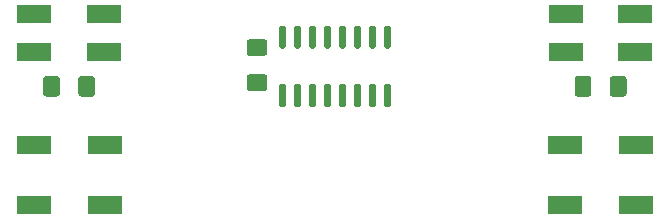
<source format=gbr>
%TF.GenerationSoftware,KiCad,Pcbnew,(5.1.6)-1*%
%TF.CreationDate,2025-01-26T05:21:37-05:00*%
%TF.ProjectId,test,74657374-2e6b-4696-9361-645f70636258,rev?*%
%TF.SameCoordinates,PX88601c0PY5f5e100*%
%TF.FileFunction,Paste,Top*%
%TF.FilePolarity,Positive*%
%FSLAX46Y46*%
G04 Gerber Fmt 4.6, Leading zero omitted, Abs format (unit mm)*
G04 Created by KiCad (PCBNEW (5.1.6)-1) date 2025-01-26 05:21:37*
%MOMM*%
%LPD*%
G01*
G04 APERTURE LIST*
%ADD10R,3.000000X1.500000*%
G04 APERTURE END LIST*
%TO.C,C6*%
G36*
G01*
X22275000Y14525000D02*
X23525000Y14525000D01*
G75*
G02*
X23775000Y14275000I0J-250000D01*
G01*
X23775000Y13350000D01*
G75*
G02*
X23525000Y13100000I-250000J0D01*
G01*
X22275000Y13100000D01*
G75*
G02*
X22025000Y13350000I0J250000D01*
G01*
X22025000Y14275000D01*
G75*
G02*
X22275000Y14525000I250000J0D01*
G01*
G37*
G36*
G01*
X22275000Y17500000D02*
X23525000Y17500000D01*
G75*
G02*
X23775000Y17250000I0J-250000D01*
G01*
X23775000Y16325000D01*
G75*
G02*
X23525000Y16075000I-250000J0D01*
G01*
X22275000Y16075000D01*
G75*
G02*
X22025000Y16325000I0J250000D01*
G01*
X22025000Y17250000D01*
G75*
G02*
X22275000Y17500000I250000J0D01*
G01*
G37*
%TD*%
D10*
%TO.C,D3*%
X4050000Y19600000D03*
X4050000Y16400000D03*
X9950000Y19600000D03*
X9950000Y16400000D03*
%TD*%
%TO.C,D4*%
X54950000Y16400000D03*
X54950000Y19600000D03*
X49050000Y16400000D03*
X49050000Y19600000D03*
%TD*%
%TO.C,C3*%
G36*
G01*
X6225000Y14125000D02*
X6225000Y12875000D01*
G75*
G02*
X5975000Y12625000I-250000J0D01*
G01*
X5050000Y12625000D01*
G75*
G02*
X4800000Y12875000I0J250000D01*
G01*
X4800000Y14125000D01*
G75*
G02*
X5050000Y14375000I250000J0D01*
G01*
X5975000Y14375000D01*
G75*
G02*
X6225000Y14125000I0J-250000D01*
G01*
G37*
G36*
G01*
X9200000Y14125000D02*
X9200000Y12875000D01*
G75*
G02*
X8950000Y12625000I-250000J0D01*
G01*
X8025000Y12625000D01*
G75*
G02*
X7775000Y12875000I0J250000D01*
G01*
X7775000Y14125000D01*
G75*
G02*
X8025000Y14375000I250000J0D01*
G01*
X8950000Y14375000D01*
G75*
G02*
X9200000Y14125000I0J-250000D01*
G01*
G37*
%TD*%
%TO.C,C4*%
G36*
G01*
X51225000Y14125000D02*
X51225000Y12875000D01*
G75*
G02*
X50975000Y12625000I-250000J0D01*
G01*
X50050000Y12625000D01*
G75*
G02*
X49800000Y12875000I0J250000D01*
G01*
X49800000Y14125000D01*
G75*
G02*
X50050000Y14375000I250000J0D01*
G01*
X50975000Y14375000D01*
G75*
G02*
X51225000Y14125000I0J-250000D01*
G01*
G37*
G36*
G01*
X54200000Y14125000D02*
X54200000Y12875000D01*
G75*
G02*
X53950000Y12625000I-250000J0D01*
G01*
X53025000Y12625000D01*
G75*
G02*
X52775000Y12875000I0J250000D01*
G01*
X52775000Y14125000D01*
G75*
G02*
X53025000Y14375000I250000J0D01*
G01*
X53950000Y14375000D01*
G75*
G02*
X54200000Y14125000I0J-250000D01*
G01*
G37*
%TD*%
%TO.C,U1*%
G36*
G01*
X25205000Y11750000D02*
X24905000Y11750000D01*
G75*
G02*
X24755000Y11900000I0J150000D01*
G01*
X24755000Y13550000D01*
G75*
G02*
X24905000Y13700000I150000J0D01*
G01*
X25205000Y13700000D01*
G75*
G02*
X25355000Y13550000I0J-150000D01*
G01*
X25355000Y11900000D01*
G75*
G02*
X25205000Y11750000I-150000J0D01*
G01*
G37*
G36*
G01*
X26475000Y11750000D02*
X26175000Y11750000D01*
G75*
G02*
X26025000Y11900000I0J150000D01*
G01*
X26025000Y13550000D01*
G75*
G02*
X26175000Y13700000I150000J0D01*
G01*
X26475000Y13700000D01*
G75*
G02*
X26625000Y13550000I0J-150000D01*
G01*
X26625000Y11900000D01*
G75*
G02*
X26475000Y11750000I-150000J0D01*
G01*
G37*
G36*
G01*
X27745000Y11750000D02*
X27445000Y11750000D01*
G75*
G02*
X27295000Y11900000I0J150000D01*
G01*
X27295000Y13550000D01*
G75*
G02*
X27445000Y13700000I150000J0D01*
G01*
X27745000Y13700000D01*
G75*
G02*
X27895000Y13550000I0J-150000D01*
G01*
X27895000Y11900000D01*
G75*
G02*
X27745000Y11750000I-150000J0D01*
G01*
G37*
G36*
G01*
X29015000Y11750000D02*
X28715000Y11750000D01*
G75*
G02*
X28565000Y11900000I0J150000D01*
G01*
X28565000Y13550000D01*
G75*
G02*
X28715000Y13700000I150000J0D01*
G01*
X29015000Y13700000D01*
G75*
G02*
X29165000Y13550000I0J-150000D01*
G01*
X29165000Y11900000D01*
G75*
G02*
X29015000Y11750000I-150000J0D01*
G01*
G37*
G36*
G01*
X30285000Y11750000D02*
X29985000Y11750000D01*
G75*
G02*
X29835000Y11900000I0J150000D01*
G01*
X29835000Y13550000D01*
G75*
G02*
X29985000Y13700000I150000J0D01*
G01*
X30285000Y13700000D01*
G75*
G02*
X30435000Y13550000I0J-150000D01*
G01*
X30435000Y11900000D01*
G75*
G02*
X30285000Y11750000I-150000J0D01*
G01*
G37*
G36*
G01*
X31555000Y11750000D02*
X31255000Y11750000D01*
G75*
G02*
X31105000Y11900000I0J150000D01*
G01*
X31105000Y13550000D01*
G75*
G02*
X31255000Y13700000I150000J0D01*
G01*
X31555000Y13700000D01*
G75*
G02*
X31705000Y13550000I0J-150000D01*
G01*
X31705000Y11900000D01*
G75*
G02*
X31555000Y11750000I-150000J0D01*
G01*
G37*
G36*
G01*
X32825000Y11750000D02*
X32525000Y11750000D01*
G75*
G02*
X32375000Y11900000I0J150000D01*
G01*
X32375000Y13550000D01*
G75*
G02*
X32525000Y13700000I150000J0D01*
G01*
X32825000Y13700000D01*
G75*
G02*
X32975000Y13550000I0J-150000D01*
G01*
X32975000Y11900000D01*
G75*
G02*
X32825000Y11750000I-150000J0D01*
G01*
G37*
G36*
G01*
X34095000Y11750000D02*
X33795000Y11750000D01*
G75*
G02*
X33645000Y11900000I0J150000D01*
G01*
X33645000Y13550000D01*
G75*
G02*
X33795000Y13700000I150000J0D01*
G01*
X34095000Y13700000D01*
G75*
G02*
X34245000Y13550000I0J-150000D01*
G01*
X34245000Y11900000D01*
G75*
G02*
X34095000Y11750000I-150000J0D01*
G01*
G37*
G36*
G01*
X34095000Y16700000D02*
X33795000Y16700000D01*
G75*
G02*
X33645000Y16850000I0J150000D01*
G01*
X33645000Y18500000D01*
G75*
G02*
X33795000Y18650000I150000J0D01*
G01*
X34095000Y18650000D01*
G75*
G02*
X34245000Y18500000I0J-150000D01*
G01*
X34245000Y16850000D01*
G75*
G02*
X34095000Y16700000I-150000J0D01*
G01*
G37*
G36*
G01*
X32825000Y16700000D02*
X32525000Y16700000D01*
G75*
G02*
X32375000Y16850000I0J150000D01*
G01*
X32375000Y18500000D01*
G75*
G02*
X32525000Y18650000I150000J0D01*
G01*
X32825000Y18650000D01*
G75*
G02*
X32975000Y18500000I0J-150000D01*
G01*
X32975000Y16850000D01*
G75*
G02*
X32825000Y16700000I-150000J0D01*
G01*
G37*
G36*
G01*
X31555000Y16700000D02*
X31255000Y16700000D01*
G75*
G02*
X31105000Y16850000I0J150000D01*
G01*
X31105000Y18500000D01*
G75*
G02*
X31255000Y18650000I150000J0D01*
G01*
X31555000Y18650000D01*
G75*
G02*
X31705000Y18500000I0J-150000D01*
G01*
X31705000Y16850000D01*
G75*
G02*
X31555000Y16700000I-150000J0D01*
G01*
G37*
G36*
G01*
X30285000Y16700000D02*
X29985000Y16700000D01*
G75*
G02*
X29835000Y16850000I0J150000D01*
G01*
X29835000Y18500000D01*
G75*
G02*
X29985000Y18650000I150000J0D01*
G01*
X30285000Y18650000D01*
G75*
G02*
X30435000Y18500000I0J-150000D01*
G01*
X30435000Y16850000D01*
G75*
G02*
X30285000Y16700000I-150000J0D01*
G01*
G37*
G36*
G01*
X29015000Y16700000D02*
X28715000Y16700000D01*
G75*
G02*
X28565000Y16850000I0J150000D01*
G01*
X28565000Y18500000D01*
G75*
G02*
X28715000Y18650000I150000J0D01*
G01*
X29015000Y18650000D01*
G75*
G02*
X29165000Y18500000I0J-150000D01*
G01*
X29165000Y16850000D01*
G75*
G02*
X29015000Y16700000I-150000J0D01*
G01*
G37*
G36*
G01*
X27745000Y16700000D02*
X27445000Y16700000D01*
G75*
G02*
X27295000Y16850000I0J150000D01*
G01*
X27295000Y18500000D01*
G75*
G02*
X27445000Y18650000I150000J0D01*
G01*
X27745000Y18650000D01*
G75*
G02*
X27895000Y18500000I0J-150000D01*
G01*
X27895000Y16850000D01*
G75*
G02*
X27745000Y16700000I-150000J0D01*
G01*
G37*
G36*
G01*
X26475000Y16700000D02*
X26175000Y16700000D01*
G75*
G02*
X26025000Y16850000I0J150000D01*
G01*
X26025000Y18500000D01*
G75*
G02*
X26175000Y18650000I150000J0D01*
G01*
X26475000Y18650000D01*
G75*
G02*
X26625000Y18500000I0J-150000D01*
G01*
X26625000Y16850000D01*
G75*
G02*
X26475000Y16700000I-150000J0D01*
G01*
G37*
G36*
G01*
X25205000Y16700000D02*
X24905000Y16700000D01*
G75*
G02*
X24755000Y16850000I0J150000D01*
G01*
X24755000Y18500000D01*
G75*
G02*
X24905000Y18650000I150000J0D01*
G01*
X25205000Y18650000D01*
G75*
G02*
X25355000Y18500000I0J-150000D01*
G01*
X25355000Y16850000D01*
G75*
G02*
X25205000Y16700000I-150000J0D01*
G01*
G37*
%TD*%
%TO.C,SW3*%
X4000000Y3460000D03*
X4000000Y8540000D03*
X10000000Y3460000D03*
X10000000Y8500000D03*
%TD*%
%TO.C,SW4*%
X55000000Y8500000D03*
X55000000Y3460000D03*
X49000000Y8540000D03*
X49000000Y3460000D03*
%TD*%
M02*

</source>
